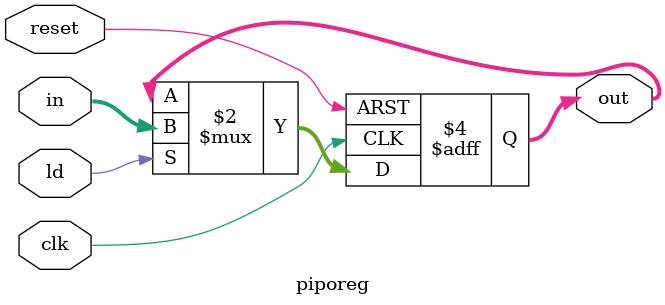
<source format=v>
`timescale 1ns / 1ps

module piporeg(output reg [15:0] out,input [15:0] in, input ld,clk,reset);
always @(posedge clk, posedge reset)
begin
    if(reset)
        out <= 0;
    else if(ld)
        out <= in;
end
endmodule


</source>
